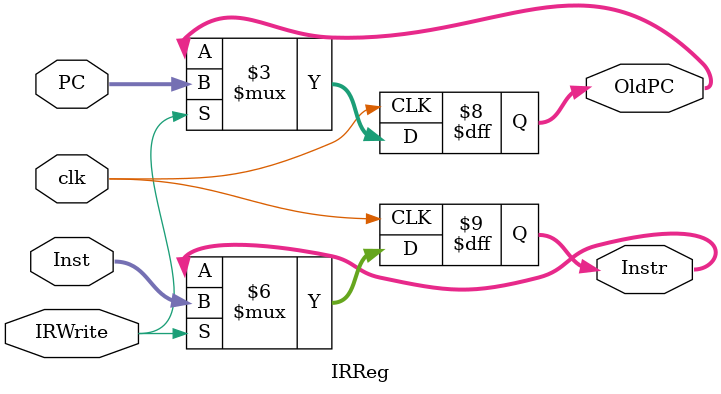
<source format=v>
module IRReg(input[31:0] PC , Inst , input clk , IRWrite , output reg [31:0] OldPC , Instr);
	
	always @(posedge clk) begin
		if(IRWrite) begin
			Instr = Inst;
			OldPC = PC;
		end
    	end
endmodule
</source>
